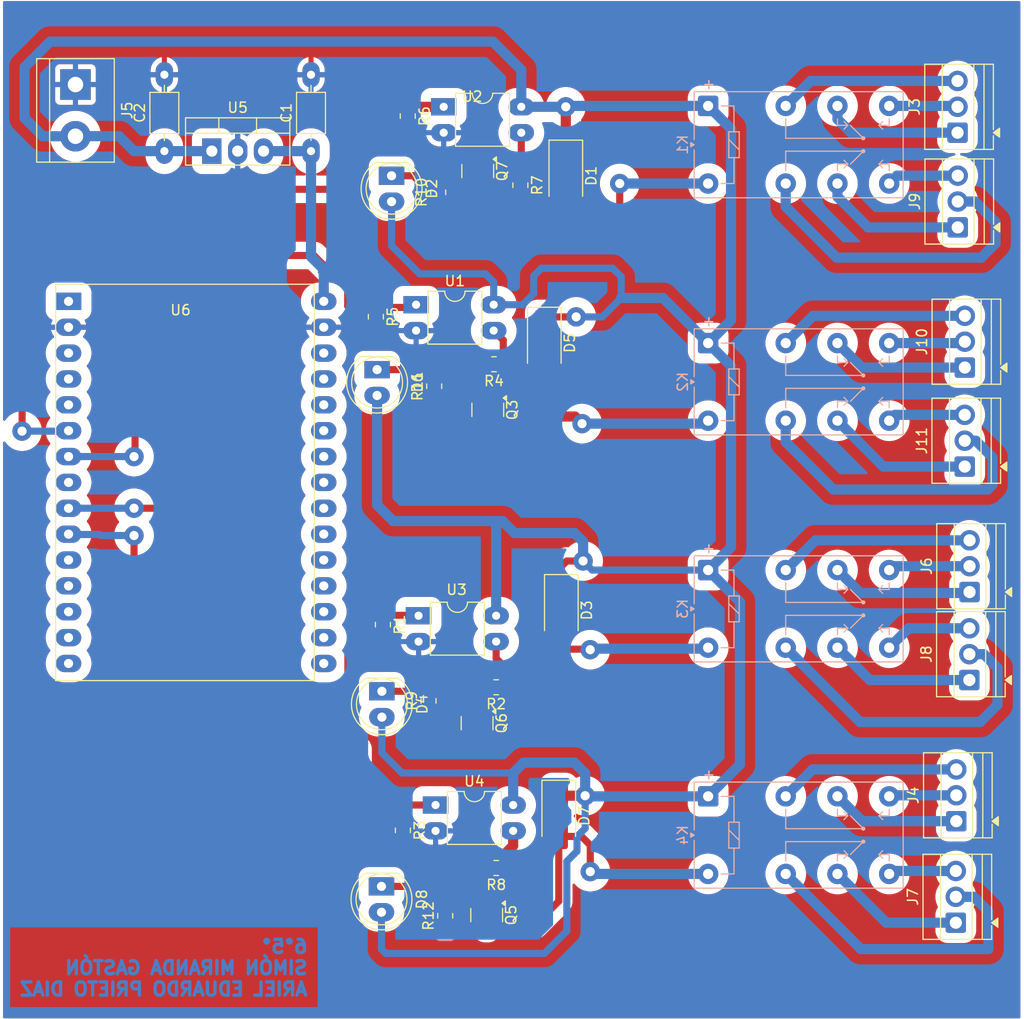
<source format=kicad_pcb>
(kicad_pcb (version 20241229) (generator "pcbnew") (generator_version "9.0")
  (layers (0 "F.Cu" signal) (2 "B.Cu" signal) (13 "F.Paste" user) (15 "B.Paste" user) (5 "F.SilkS" user "F.Silkscreen") (7 "B.SilkS" user "B.Silkscreen") (1 "F.Mask" user) (3 "B.Mask" user) (25 "Edge.Cuts" user))
  (net 0 "")
  (net 1 "Net-(D1-A)")
  (net 2 "RV-VCC")
  (net 3 "Net-(D5-A)")
  (net 4 "Net-(D2-K)")
  (net 5 "GND")
  (net 6 "Net-(Q3-B)")
  (net 7 "Net-(R4-Pad1)")
  (net 8 "Net-(R5-Pad1)")
  (net 9 "Net-(R6-Pad1)")
  (net 10 "Net-(R7-Pad1)")
  (net 11 "Net-(D3-A)")
  (net 12 "Net-(D7-A)")
  (net 13 "Net-(R1-Pad1)")
  (net 14 "Net-(R2-Pad1)")
  (net 15 "Net-(R3-Pad1)")
  (net 16 "Net-(R8-Pad1)")
  (net 17 "J5 - NC")
  (net 18 "J5 - COM")
  (net 19 "J5 - NA")
  (net 20 "J1 - NA")
  (net 21 "J1 - COM")
  (net 22 "J1 - NC")
  (net 23 "J3 - NA")
  (net 24 "J3 - NC")
  (net 25 "J3 - COM")
  (net 26 "J2 - NC")
  (net 27 "J2 - NA")
  (net 28 "J2 - COM")
  (net 29 "J4 - NA")
  (net 30 "J4 - NC")
  (net 31 "J4 - COM")
  (net 32 "J6 - NA")
  (net 33 "J6 - NC")
  (net 34 "J6 - COM")
  (net 35 "J7 - COM")
  (net 36 "J7 - NC")
  (net 37 "J7 - NA")
  (net 38 "J8 - NC")
  (net 39 "J8 - NA")
  (net 40 "J8 - COM")
  (net 41 "GIOP36")
  (net 42 "GIOP34")
  (net 43 "GIOP39")
  (net 44 "GIOP35")
  (net 45 "+5V")
  (net 69 "Net-(D4-K)")
  (net 70 "Net-(D6-K)")
  (net 71 "Net-(D8-K)")
  (net 72 "Net-(Q5-B)")
  (net 73 "Net-(Q6-B)")
  (net 74 "Net-(Q7-B)")
  (footprint "TerminalBlock:TerminalBlock_Xinya_XY308-2.54-3P_1x03_P2.54mm_Horizontal" (layer "F.Cu") (at 180.3725 45.4275 90)
    (property "Reference" "J3")
    (property "Value" "Screw_Terminal_01x03")
  )
  (footprint "Resistor_SMD:R_0805_2012Metric" (layer "F.Cu") (at 123.25 63.5 -90)
    (property "Reference" "R5")
    (property "Value" "R")
  )
  (footprint "Capacitor_THT:C_Axial_L3.8mm_D2.6mm_P7.50mm_Horizontal" (layer "F.Cu") (at 116.8825 47.2375 90)
    (property "Reference" "C1")
    (property "Value" "0,1uF")
  )
  (footprint "Package_TO_SOT_SMD:SOT-23" (layer "F.Cu") (at 133.1925 103.4175 -90)
    (property "Reference" "Q6")
    (property "Value" "MMBT2222A")
  )
  (footprint "LED_THT:LED_D5.0mm_Clear" (layer "F.Cu") (at 123.8425 100.2825 -90)
    (property "Reference" "D4")
    (property "Value" "LED")
  )
  (footprint "TerminalBlock:TerminalBlock_Xinya_XY308-2.54-3P_1x03_P2.54mm_Horizontal" (layer "F.Cu") (at 180.2025 123.0075 90)
    (property "Reference" "J7")
    (property "Value" "Screw_Terminal_01x03")
  )
  (footprint "Package_TO_SOT_SMD:SOT-23" (layer "F.Cu") (at 134.1325 122.265 -90)
    (property "Reference" "Q5")
    (property "Value" "MMBT2222A")
  )
  (footprint "Resistor_SMD:R_0805_2012Metric" (layer "F.Cu") (at 130.0625 122.325 90)
    (property "Reference" "R12")
    (property "Value" "R")
  )
  (footprint "Package_DIP:DIP-4_W7.62mm" (layer "F.Cu") (at 127.4425 92.8625)
    (property "Reference" "U3")
    (property "Value" "EL817")
  )
  (footprint "Resistor_SMD:R_0805_2012Metric" (layer "F.Cu") (at 126.3825 43.8 -90)
    (property "Reference" "R6")
    (property "Value" "R")
  )
  (footprint "Resistor_SMD:R_0805_2012Metric" (layer "F.Cu") (at 125.9025 113.9375 -90)
    (property "Reference" "R3")
    (property "Value" "R")
  )
  (footprint "Package_DIP:DIP-4_W7.62mm" (layer "F.Cu") (at 129.1125 111.4525)
    (property "Reference" "U4")
    (property "Value" "EL817")
  )
  (footprint "LED_THT:LED_D5.0mm_Clear" (layer "F.Cu") (at 123.8025 119.4425 -90)
    (property "Reference" "D8")
    (property "Value" "LED")
  )
  (footprint "Diode_SMD:D_SMA" (layer "F.Cu") (at 141.9025 49.67 -90)
    (property "Reference" "D1")
    (property "Value" "D")
  )
  (footprint "Diode_SMD:D_SMA" (layer "F.Cu") (at 139.790294 66.076397 -90)
    (property "Reference" "D5")
    (property "Value" "D")
  )
  (footprint "Resistor_SMD:R_0805_2012Metric" (layer "F.Cu") (at 128.980294 70.326397 90)
    (property "Reference" "R11")
    (property "Value" "R")
  )
  (footprint "TerminalBlock:TerminalBlock_Xinya_XY308-2.54-3P_1x03_P2.54mm_Horizontal" (layer "F.Cu") (at 181.5525 90.5375 90)
    (property "Reference" "J6")
    (property "Value" "Screw_Terminal_01x03")
  )
  (footprint "TerminalBlock:TerminalBlock_Xinya_XY308-2.54-3P_1x03_P2.54mm_Horizontal" (layer "F.Cu") (at 181.08 78.216397 90)
    (property "Reference" "J11")
    (property "Value" "Screw_Terminal_01x03")
  )
  (footprint "Package_DIP:DIP-4_W7.62mm" (layer "F.Cu") (at 127.200294 62.321397)
    (property "Reference" "U1")
    (property "Value" "EL817")
  )
  (footprint "Resistor_SMD:R_0805_2012Metric" (layer "F.Cu") (at 135.0725 117.6375 180)
    (property "Reference" "R8")
    (property "Value" "R")
  )
  (footprint "TerminalBlock:TerminalBlock_Xinya_XY308-2.54-3P_1x03_P2.54mm_Horizontal" (layer "F.Cu") (at 181.09 68.491397 90)
    (property "Reference" "J10")
    (property "Value" "Screw_Terminal_01x03")
  )
  (footprint "RF_Module:ESP32-C3-DevKitM-1" (layer "F.Cu") (at 93.0725 61.9925)
    (property "Reference" "U6")
    (property "Value" "ESP32DevKitv1")
  )
  (footprint "Package_TO_SOT_SMD:SOT-23" (layer "F.Cu") (at 133.255 49.1975 -90)
    (property "Reference" "Q7")
    (property "Value" "MMBT2222A")
  )
  (footprint "TerminalBlock:TerminalBlock_Xinya_XY308-2.54-3P_1x03_P2.54mm_Horizontal" (layer "F.Cu") (at 181.5325 99.1775 90)
    (property "Reference" "J8")
    (property "Value" "Screw_Terminal_01x03")
  )
  (footprint "LED_THT:LED_D5.0mm_Clear" (layer "F.Cu") (at 124.7925 49.6575 -90)
    (property "Reference" "D2")
    (property "Value" "LED")
  )
  (footprint "Resistor_SMD:R_0805_2012Metric" (layer "F.Cu") (at 137.4425 50.5875 -90)
    (property "Reference" "R7")
    (property "Value" "R")
  )
  (footprint "Package_DIP:DIP-4_W7.62mm" (layer "F.Cu") (at 129.9125 42.8875)
    (property "Reference" "U2")
    (property "Value" "EL817")
  )
  (footprint "Diode_SMD:D_SMA" (layer "F.Cu") (at 141.2125 112.53 -90)
    (property "Reference" "D7")
    (property "Value" "D")
  )
  (footprint "MacroLib:TO-220-3_Vertical" (layer "F.Cu") (at 109.8525 47.2375)
    (property "Reference" "U5")
    (property "Value" "L7805")
  )
  (footprint "Diode_SMD:D_SMA" (layer "F.Cu") (at 141.4625 92.33 -90)
    (property "Reference" "D3")
    (property "Value" "D")
  )
  (footprint "Capacitor_THT:C_Axial_L3.8mm_D2.6mm_P7.50mm_Horizontal" (layer "F.Cu") (at 102.4825 47.2375 90)
    (property "Reference" "C2")
    (property "Value" "0,33uF")
  )
  (footprint "Resistor_SMD:R_0805_2012Metric" (layer "F.Cu") (at 123.9425 93.7375 -90)
    (property "Reference" "R1")
    (property "Value" "R")
  )
  (footprint "TerminalBlock:TerminalBlock_bornier-2_P5.08mm" (layer "F.Cu") (at 93.7525 40.6975 -90)
    (property "Reference" "J5")
    (property "Value" "Screw_Terminal_01x02")
  )
  (footprint "Resistor_SMD:R_0805_2012Metric" (layer "F.Cu") (at 129.3725 51.28 90)
    (property "Reference" "R10")
    (property "Value" "R")
  )
  (footprint "Package_TO_SOT_SMD:SOT-23" (layer "F.Cu") (at 134.2425 72.6475 -90)
    (property "Reference" "Q3")
    (property "Value" "MMBT2222A")
  )
  (footprint "Resistor_SMD:R_0805_2012Metric" (layer "F.Cu") (at 134.850294 68.166397 180)
    (property "Reference" "R4")
    (property "Value" "R")
  )
  (footprint "Resistor_SMD:R_0805_2012Metric" (layer "F.Cu") (at 135.065 99.8875 180)
    (property "Reference" "R2")
    (property "Value" "R")
  )
  (footprint "TerminalBlock:TerminalBlock_Xinya_XY308-2.54-3P_1x03_P2.54mm_Horizontal" (layer "F.Cu") (at 180.3925 54.7275 90)
    (property "Reference" "J9")
    (property "Value" "Screw_Terminal_01x03")
  )
  (footprint "Resistor_SMD:R_0805_2012Metric" (layer "F.Cu") (at 128.4225 101.22 90)
    (property "Reference" "R9")
    (property "Value" "R")
  )
  (footprint "LED_THT:LED_D5.0mm_Clear" (layer "F.Cu") (at 123.370294 68.696397 -90)
    (property "Reference" "D6")
    (property "Value" "LED")
  )
  (footprint "TerminalBlock:TerminalBlock_Xinya_XY308-2.54-3P_1x03_P2.54mm_Horizontal" (layer "F.Cu") (at 180.2525 113.0375 90)
    (property "Reference" "J4")
    (property "Value" "Screw_Terminal_01x03")
  )
  (footprint "Relay_THT:Relay_DPDT_Omron_G6A" (layer "B.Cu") (at 155.88 42.8 -90)
    (property "Reference" "K1")
    (property "Value" "G6AU" (hide yes))
  )
  (footprint "Relay_THT:Relay_DPDT_Omron_G6A" (layer "B.Cu") (at 155.88 88.38 -90)
    (property "Reference" "K3")
    (property "Value" "G6AU" (hide yes))
  )
  (footprint "Relay_THT:Relay_DPDT_Omron_G6A" (layer "B.Cu") (at 155.88 110.6 -90)
    (property "Reference" "K4")
    (property "Value" "G6AU")
  )
  (footprint "Relay_THT:Relay_DPDT_Omron_G6A" (layer "B.Cu") (at 155.88 66.09 -90)
    (property "Reference" "K2")
    (property "Value" "G6AU" (hide yes))
  )
  (gr_text "6°5°\nSIMÓN MIRANDA GASTÓN\nARIEL EDUARDO PRIETO DIAZ" (at 116.7025 130.2975 0) (layer "B.Cu") (effects (font (size 1.3 1.3) (thickness 0.325) (bold yes)) (justify left bottom mirror)))
  (segment (start 133.255 50.135) (end 131.605 50.135) (width 0.7) (layer "F.Cu") (net 1))
  (segment (start 131.1735 50.5665) (end 131.1735 51.8165) (width 0.7) (layer "F.Cu") (net 1))
  (segment (start 139.8825 55.6075) (end 140.2525 55.2375) (width 0.7) (layer "F.Cu") (net 1))
  (segment (start 129.3725 53.5675) (end 131.4125 55.6075) (width 0.7) (layer "F.Cu") (net 1))
  (segment (start 129.3725 52.1925) (end 129.3725 53.5675) (width 0.7) (layer "F.Cu") (net 1))
  (segment (start 147.197206 50.42) (end 147.197206 53.502794) (width 0.7) (layer "F.Cu") (net 1))
  (segment (start 140.2525 51.9875) (end 140.57 51.67) (width 0.7) (layer "F.Cu") (net 1))
  (segment (start 131.4125 55.6075) (end 139.8825 55.6075) (width 0.7) (layer "F.Cu") (net 1))
  (segment (start 140.57 51.67) (end 141.9025 51.67) (width 0.7) (layer "F.Cu") (net 1))
  (segment (start 141.9025 53.5175) (end 141.9025 51.67) (width 0.7) (layer "F.Cu") (net 1))
  (segment (start 131.605 50.135) (end 131.1735 50.5665) (width 0.7) (layer "F.Cu") (net 1))
  (segment (start 131.1735 51.8165) (end 130.7975 52.1925) (width 0.7) (layer "F.Cu") (net 1))
  (segment (start 142.4725 54.0875) (end 141.9025 53.5175) (width 0.7) (layer "F.Cu") (net 1))
  (segment (start 130.7975 52.1925) (end 129.3725 52.1925) (width 0.7) (layer "F.Cu") (net 1))
  (segment (start 146.6125 54.0875) (end 142.4725 54.0875) (width 0.7) (layer "F.Cu") (net 1))
  (segment (start 147.197206 53.502794) (end 146.6125 54.0875) (width 0.7) (layer "F.Cu") (net 1))
  (segment (start 140.2525 55.2375) (end 140.2525 51.9875) (width 0.7) (layer "F.Cu") (net 1))
  (via (at 147.197206 50.42) (size 1.9) (drill 0.9) (layers "F.Cu" "B.Cu") (net 1))
  (segment (start 147.197206 50.42) (end 155.88 50.42) (width 1) (layer "B.Cu") (net 1))
  (segment (start 143.6025 87.4875) (end 142.0025 87.4875) (width 0.7) (layer "F.Cu") (net 2))
  (segment (start 139.790294 64.076397) (end 140.350294 63.516397) (width 0.7) (layer "F.Cu") (net 2))
  (segment (start 136.8025 111.5225) (end 136.7325 111.4525) (width 0.5) (layer "F.Cu") (net 2))
  (segment (start 141.4625 88.0275) (end 141.4625 90.33) (width 0.7) (layer "F.Cu") (net 2))
  (segment (start 141.22 110.5375) (end 141.2125 110.53) (width 1) (layer "F.Cu") (net 2))
  (segment (start 143.8025 110.5375) (end 141.22 110.5375) (width 1) (layer "F.Cu") (net 2))
  (segment (start 141.9025 42.8875) (end 141.9025 47.5875) (width 1) (layer "F.Cu") (net 2))
  (segment (start 140.350294 63.516397) (end 142.920294 63.516397) (width 0.7) (layer "F.Cu") (net 2))
  (segment (start 142.0025 87.4875) (end 141.4625 88.0275) (width 0.7) (layer "F.Cu") (net 2))
  (via (at 141.9025 42.8875) (size 1.9) (drill 0.9) (layers "F.Cu" "B.Cu") (net 2))
  (via (at 143.8025 110.5375) (size 1.9) (drill 0.9) (layers "F.Cu" "B.Cu") (net 2))
  (via (at 142.920294 63.516397) (size 1.9) (drill 0.9) (layers "F.Cu" "B.Cu") (net 2))
  (via (at 143.6025 87.4875) (size 1.9) (drill 0.9) (layers "F.Cu" "B.Cu") (net 2))
  (segment (start 146.5025 58.7375) (end 147.3425 59.5775) (width 0.7) (layer "B.Cu") (net 2))
  (segment (start 142.0025 123.8175) (end 142.0025 116.9875) (width 0.7) (layer "B.Cu") (net 2))
  (segment (start 124.9525 83.5675) (end 135.6925 83.5675) (width 1) (layer "B.Cu") (net 2))
  (segment (start 134.0025 59.286397) (end 134.820294 60.104191) (width 0.7) (layer "B.Cu") (net 2))
  (segment (start 141.9025 42.8875) (end 137.5325 42.8875) (width 1) (layer "B.Cu") (net 2))
  (segment (start 141.9025 42.8875) (end 141.99 42.8) (width 1) (layer "B.Cu") (net 2))
  (segment (start 155.88 110.6) (end 143.865 110.6) (width 1) (layer "B.Cu") (net 2))
  (segment (start 138.7525 59.4875) (end 139.5025 58.7375) (width 0.7) (layer "B.Cu") (net 2))
  (segment (start 155.88 88.38) (end 159 91.5) (width 1) (layer "B.Cu") (net 2))
  (segment (start 88.7525 43.9875) (end 88.7525 38.9875) (width 1) (layer "B.Cu") (net 2))
  (segment (start 102.4825 47.2375) (end 107.1425 47.2375) (width 1) (layer "B.Cu") (net 2))
  (segment (start 135.6925 83.5675) (end 136.8725 84.7475) (width 1) (layer "B.Cu") (net 2))
  (segment (start 90.5425 45.7775) (end 88.7525 43.9875) (width 1) (layer "B.Cu") (net 2))
  (segment (start 144.495 88.38) (end 155.88 88.38) (width 0.7) (layer "B.Cu") (net 2))
  (segment (start 143.865 110.6) (end 143.8025 110.5375) (width 1) (layer "B.Cu") (net 2))
  (segment (start 136.7325 111.4525) (end 136.7325 108.3075) (width 1) (layer "B.Cu") (net 2))
  (segment (start 134.820294 62.321397) (end 137.668603 62.321397) (width 0.7) (layer "B.Cu") (net 2))
  (segment (start 159 91.5) (end 159 107.48) (width 1) (layer "B.Cu") (net 2))
  (segment (start 143.6025 87.4875) (end 144.495 88.38) (width 0.7) (layer "B.Cu") (net 2))
  (segment (start 139.5025 58.7375) (end 146.5025 58.7375) (width 0.7) (layer "B.Cu") (net 2))
  (segment (start 158.131 45.051) (end 158.131 63.839) (width 1) (layer "B.Cu") (net 2))
  (segment (start 127.551397 59.286397) (end 134.0025 59.286397) (width 0.7) (layer "B.Cu") (net 2))
  (segment (start 123.8425 102.8225) (end 123.8425 106.3275) (width 0.7) (layer "B.Cu") (net 2))
  (segment (start 142.7525 107.2875) (end 143.8025 108.3375) (width 1) (layer "B.Cu") (net 2))
  (segment (start 135.0625 83.7575) (end 135.0625 92.8625) (width 1) (layer "B.Cu") (net 2))
  (segment (start 93.7525 45.7775) (end 90.5425 45.7775) (width 1) (layer "B.Cu") (net 2))
  (segment (start 137.5325 39.2675) (end 137.5325 42.8875) (width 1) (layer "B.Cu") (net 2))
  (segment (start 137.668603 62.321397) (end 138.7525 61.2375) (width 0.7) (layer "B.Cu") (net 2))
  (segment (start 123.370294 81.985294) (end 124.9525 83.5675) (width 1) (layer "B.Cu") (net 2))
  (segment (start 158.131 86.129) (end 155.88 88.38) (width 1) (layer "B.Cu") (net 2))
  (segment (start 147.3425 59.5775) (end 147.3425 61.656397) (width 0.7) (layer "B.Cu") (net 2))
  (segment (start 139.7925 126.0275) (end 142.0025 123.8175) (width 0.7) (layer "B.Cu") (net 2))
  (segment (start 134.820294 61.681397) (end 134.850294 61.651397) (width 0.7) (layer "B.Cu") (net 2))
  (segment (start 134.820294 60.104191) (end 134.820294 62.321397) (width 0.7) (layer "B.Cu") (net 2))
  (segment (start 123.8425 106.3275) (end 125.8225 108.3075) (width 0.7) (layer "B.Cu") (net 2))
  (segment (start 155.88 66.09) (end 158.131 68.341) (width 1) (layer "B.Cu") (net 2))
  (segment (start 98.0325 45.7675) (end 93.7625 45.7675) (width 1) (layer "B.Cu") (net 2))
  (segment (start 151.446397 61.656397) (end 155.88 66.09) (width 1) (layer "B.Cu") (net 2))
  (segment (start 123.8025 121.9825) (end 123.8025 125.6125) (width 0.7) (layer "B.Cu") (net 2))
  (segment (start 123.8025 125.6125) (end 124.2175 126.0275) (width 0.7) (layer "B.Cu") (net 2))
  (segment (start 143.8025 113.7475) (end 143.8025 110.5375) (width 0.7) (layer "B.Cu") (net 2))
  (segment (start 142.7625 84.7475) (end 136.8725 84.7475) (width 1) (layer "B.Cu") (net 2))
  (segment (start 142.920294 63.516397) (end 145.4825 63.516397) (width 0.7) (layer "B.Cu") (net 2))
  (segment (start 138.7525 61.2375) (end 138.7525 59.4875) (width 0.7) (layer "B.Cu") (net 2))
  (segment (start 143.8025 108.3375) (end 143.8025 110.5375) (width 1) (layer "B.Cu") (net 2))
  (segment (start 88.7525 38.9875) (end 91.2525 36.4875) (width 1) (layer "B.Cu") (net 2))
  (segment (start 143.0025 114.5475) (end 143.8025 113.7475) (width 0.7) (layer "B.Cu") (net 2))
  (segment (start 159 107.48) (end 155.88 110.6) (width 1) (layer "B.Cu") (net 2))
  (segment (start 141.99 42.8) (end 155.88 42.8) (width 1) (layer "B.Cu") (net 2))
  (segment (start 158.131 68.341) (end 158.131 86.129) (width 1) (layer "B.Cu") (net 2))
  (segment (start 99.5025 47.2375) (end 98.0325 45.7675) (width 1) (layer "B.Cu") (net 2))
  (segment (start 143.0025 115.9875) (end 143.0025 114.5475) (width 0.7) (layer "B.Cu") (net 2))
  (segment (start 147.3425 61.656397) (end 151.446397 61.656397) (width 1) (layer "B.Cu") (net 2))
  (segment (start 134.820294 62.321397) (end 134.820294 61.681397) (width 0.7) (layer "B.Cu") (net 2))
  (segment (start 145.4825 63.516397) (end 147.3425 61.656397) (width 0.7) (layer "B.Cu") (net 2))
  (segment (start 137.7525 107.2875) (end 142.7525 107.2875) (width 1) (layer "B.Cu") (net 2))
  (segment (start 134.7525 36.4875) (end 137.5325 39.2675) (width 1) (layer "B.Cu") (net 2))
  (segment (start 143.6025 85.5875) (end 142.7625 84.7475) (width 1) (layer "B.Cu") (net 2))
  (segment (start 125.8225 108.3075) (end 136.7325 108.3075) (width 0.7) (layer "B.Cu") (net 2))
  (segment (start 124.7925 52.1975) (end 124.7925 56.5275) (width 0.7) (layer "B.Cu") (net 2))
  (segment (start 91.2525 36.4875) (end 134.7525 36.4875) (width 1) (layer "B.Cu") (net 2))
  (segment (start 143.6025 87.4875) (end 143.6025 85.5875) (width 1) (layer "B.Cu") (net 2))
  (segment (start 155.88 42.8) (end 158.131 45.051) (width 1) (layer "B.Cu") (net 2))
  (segment (start 136.7325 108.3075) (end 137.7525 107.2875) (width 1) (layer "B.Cu") (net 2))
  (segment (start 124.7925 56.5275) (end 127.551397 59.286397) (width 0.7) (layer "B.Cu") (net 2))
  (segment (start 158.131 63.839) (end 155.88 66.09) (width 1) (layer "B.Cu") (net 2))
  (segment (start 142.0025 116.9875) (end 143.0025 115.9875) (width 0.7) (layer "B.Cu") (net 2))
  (segment (start 102.4825 47.2375) (end 99.5025 47.2375) (width 1) (layer "B.Cu") (net 2))
  (segment (start 123.370294 71.236397) (end 123.370294 81.985294) (width 1) (layer "B.Cu") (net 2))
  (segment (start 93.7625 45.7675) (end 93.7525 45.7775) (width 1) (layer "B.Cu") (net 2))
  (segment (start 135.2525 83.5675) (end 135.0625 83.7575) (width 1) (layer "B.Cu") (net 2))
  (segment (start 124.2175 126.0275) (end 139.7925 126.0275) (width 0.7) (layer "B.Cu") (net 2))
  (segment (start 143.5 74) (end 142.8 73.3) (width 1) (layer "F.Cu") (net 3))
  (segment (start 129.3525 73.5875) (end 128.980294 73.215294) (width 0.7) (layer "F.Cu") (net 3))
  (segment (start 142.8 73.3) (end 141.6 73.3) (width 1) (layer "F.Cu") (net 3))
  (segment (start 128.980294 73.215294) (end 128.980294 71.238897) (width 0.7) (layer "F.Cu") (net 3))
  (segment (start 141.6 73.3) (end 139.790294 71.490294) (width 1) (layer "F.Cu") (net 3))
  (segment (start 139.790294 71.490294) (end 139.790294 68.076397) (width 1) (layer "F.Cu") (net 3))
  (segment (start 139.790294 68.076397) (end 139.790294 72.199706) (width 0.7) (layer "F.Cu") (net 3))
  (segment (start 139.790294 72.199706) (end 138.405 73.585) (width 0.7) (layer "F.Cu") (net 3))
  (segment (start 138.405 73.585) (end 134.2425 73.585) (width 0.7) (layer "F.Cu") (net 3))
  (segment (start 134.2425 73.585) (end 134.24 73.5875) (width 0.7) (layer "F.Cu") (net 3))
  (segment (start 134.24 73.5875) (end 129.3525 73.5875) (width 0.7) (layer "F.Cu") (net 3))
  (via (at 143.5 74) (size 1.9) (drill 0.9) (layers "F.Cu" "B.Cu") (net 3))
  (segment (start 143.5 74) (end 155.59 74) (width 1) (layer "B.Cu") (net 3))
  (segment (start 155.59 74) (end 155.88 73.71) (width 1) (layer "B.Cu") (net 3))
  (segment (start 129.3725 50.3675) (end 127.6325 50.3675) (width 0.7) (layer "F.Cu") (net 4))
  (segment (start 127.6325 50.3675) (end 126.9225 49.6575) (width 0.7) (layer "F.Cu") (net 4))
  (segment (start 126.9225 49.6575) (end 124.7925 49.6575) (width 0.7) (layer "F.Cu") (net 4))
  (segment (start 135.1925 71.71) (end 135.1925 70.6875) (width 0.7) (layer "F.Cu") (net 6))
  (segment (start 135.1925 70.6875) (end 133.937794 69.432794) (width 0.7) (layer "F.Cu") (net 6))
  (segment (start 133.937794 69.432794) (end 133.937794 68.166397) (width 0.7) (layer "F.Cu") (net 6))
  (segment (start 135.762794 68.166397) (end 135.762794 65.803897) (width 0.7) (layer "F.Cu") (net 7))
  (segment (start 135.762794 65.803897) (end 134.820294 64.861397) (width 0.7) (layer "F.Cu") (net 7))
  (segment (start 123.25 62.5875) (end 126.934191 62.5875) (width 0.7) (layer "F.Cu") (net 8))
  (segment (start 126.934191 62.5875) (end 127.200294 62.321397) (width 0.7) (layer "F.Cu") (net 8))
  (segment (start 129.9125 42.8875) (end 126.3825 42.8875) (width 1) (layer "F.Cu") (net 9))
  (segment (start 137.5325 46.1125) (end 137.5325 49.585) (width 0.7) (layer "F.Cu") (net 10))
  (segment (start 137.5325 49.585) (end 137.4425 49.675) (width 0.7) (layer "F.Cu") (net 10))
  (segment (start 138.345 104.365) (end 139.5025 103.2075) (width 0.7) (layer "F.Cu") (net 11))
  (segment (start 144.3 96.2) (end 144.2475 96.1475) (width 0.7) (layer "F.Cu") (net 11))
  (segment (start 133.2025 104.365) (end 138.345 104.365) (width 0.7) (layer "F.Cu") (net 11))
  (segment (start 144.2475 96.1475) (end 141.5025 96.1475) (width 0.7) (layer "F.Cu") (net 11))
  (segment (start 141.5025 96.1475) (end 141.4625 96.1075) (width 0.7) (layer "F.Cu") (net 11))
  (segment (start 128.4225 103.4375) (end 128.4225 102.1325) (width 0.7) (layer "F.Cu") (net 11))
  (segment (start 139.5025 94.9875) (end 140.16 94.33) (width 0.7) (layer "F.Cu") (net 11))
  (segment (start 139.5025 103.2075) (end 139.5025 94.9875) (width 0.7) (layer "F.Cu") (net 11))
  (segment (start 129.34 104.355) (end 128.4225 103.4375) (width 0.7) (layer "F.Cu") (net 11))
  (segment (start 133.1925 104.355) (end 133.2025 104.365) (width 0.7) (layer "F.Cu") (net 11))
  (segment (start 141.4625 96.1075) (end 141.4625 94.33) (width 0.7) (layer "F.Cu") (net 11))
  (segment (start 140.16 94.33) (end 141.4625 94.33) (width 0.7) (layer "F.Cu") (net 11))
  (segment (start 133.1925 104.355) (end 129.34 104.355) (width 0.7) (layer "F.Cu") (net 11))
  (via (at 144.3 96.2) (size 1.9) (drill 0.9) (layers "F.Cu" "B.Cu") (net 11))
  (segment (start 144.4 96.1) (end 155.78 96.1) (width 1) (layer "B.Cu") (net 11))
  (segment (start 155.78 96.1) (end 155.88 96) (width 1) (layer "B.Cu") (net 11))
  (segment (start 144.3 96.2) (end 144.4 96.1) (width 1) (layer "B.Cu") (net 11))
  (segment (start 130.0625 123.2375) (end 138.8725 123.2375) (width 0.7) (layer "F.Cu") (net 12))
  (segment (start 141.2125 114.53) (end 141.22 114.5375) (width 0.7) (layer "F.Cu") (net 12))
  (segment (start 143.4525 114.5375) (end 144.3075 115.3925) (width 0.7) (layer "F.Cu") (net 12))
  (segment (start 141.2125 120.8975) (end 141.2125 114.53) (width 0.7) (layer "F.Cu") (net 12))
  (segment (start 141.22 114.5375) (end 143.4525 114.5375) (width 0.7) (layer "F.Cu") (net 12))
  (segment (start 144.3075 115.3925) (end 144.3075 117.9925) (width 0.7) (layer "F.Cu") (net 12))
  (segment (start 138.8725 123.2375) (end 141.2125 120.8975) (width 0.7) (layer "F.Cu") (net 12))
  (segment (start 141.2125 114.53) (end 141.045 114.6975) (width 0.5) (layer "F.Cu") (net 12))
  (via (at 144.3075 117.9925) (size 1.9) (drill 0.9) (layers "F.Cu" "B.Cu") (net 12))
  (segment (start 144.535 118.22) (end 144.3075 117.9925) (width 1) (layer "B.Cu") (net 12))
  (segment (start 155.88 118.22) (end 144.535 118.22) (width 1) (layer "B.Cu") (net 12))
  (segment (start 123.9425 92.825) (end 127.405 92.825) (width 0.7) (layer "F.Cu") (net 13))
  (segment (start 127.405 92.825) (end 127.4425 92.8625) (width 0.7) (layer "F.Cu") (net 13))
  (segment (start 135.0625 97.0475) (end 135.0625 95.4025) (width 0.7) (layer "F.Cu") (net 14))
  (segment (start 135.9775 99.8875) (end 135.9775 97.9625) (width 0.7) (layer "F.Cu") (net 14))
  (segment (start 135.9775 97.9625) (end 135.0625 97.0475) (width 0.7) (layer "F.Cu") (net 14))
  (segment (start 129.0975 111.4675) (end 129.1125 111.4525) (width 1) (layer "F.Cu") (net 15))
  (segment (start 125.9025 112.0875) (end 126.5375 111.4525) (width 0.7) (layer "F.Cu") (net 15))
  (segment (start 125.9525 112.8165) (end 125.9025 112.8165) (width 1) (layer "F.Cu") (net 15))
  (segment (start 125.9025 113.025) (end 125.9025 112.0875) (width 0.7) (layer "F.Cu") (net 15))
  (segment (start 126.5375 111.4525) (end 129.1125 111.4525) (width 0.7) (layer "F.Cu") (net 15))
  (segment (start 135.9825 116.1975) (end 135.9825 117.635) (width 1) (layer "F.Cu") (net 16))
  (segment (start 136.7325 115.4475) (end 135.9825 116.1975) (width 1) (layer "F.Cu") (net 16))
  (segment (start 135.9825 117.635) (end 135.985 117.6375) (width 1) (layer "F.Cu") (net 16))
  (segment (start 136.7325 113.9925) (end 136.7325 115.4475) (width 1) (layer "F.Cu") (net 16))
  (segment (start 136.6225 114.1025) (end 136.7325 113.9925) (width 1) (layer "F.Cu") (net 16))
  (segment (start 168.58 42.8) (end 168.58 44.1) (width 1) (layer "B.Cu") (net 17))
  (segment (start 168.58 44.1) (end 169.9075 45.4275) (width 1) (layer "B.Cu") (net 17))
  (segment (start 169.9075 45.4275) (end 180.3725 45.4275) (width 1) (layer "B.Cu") (net 17))
  (segment (start 165.9525 40.3475) (end 163.5 42.8) (width 1) (layer "B.Cu") (net 18))
  (segment (start 180.3725 40.3475) (end 165.9525 40.3475) (width 1) (layer "B.Cu") (net 18))
  (segment (start 180.285 42.8) (end 180.3725 42.8875) (width 1) (layer "B.Cu") (net 19))
  (segment (start 173.66 42.8) (end 180.285 42.8) (width 1) (layer "B.Cu") (net 19))
  (segment (start 180.2475 110.4925) (end 180.2525 110.4975) (width 1) (layer "B.Cu") (net 20))
  (segment (start 173.7625 110.4975) (end 173.66 110.6) (width 1) (layer "B.Cu") (net 20))
  (segment (start 180.2525 110.4975) (end 173.7625 110.4975) (width 1) (layer "B.Cu") (net 20))
  (segment (start 163.5 110.6) (end 166.1425 107.9575) (width 1) (layer "B.Cu") (net 21))
  (segment (start 166.1425 107.9575) (end 180.2525 107.9575) (width 1) (layer "B.Cu") (net 21))
  (segment (start 171.0175 113.0375) (end 168.58 110.6) (width 1) (layer "B.Cu") (net 22))
  (segment (start 180.2525 113.0375) (end 171.0175 113.0375) (width 1) (layer "B.Cu") (net 22))
  (segment (start 174.0425 87.9975) (end 173.66 88.38) (width 1) (layer "B.Cu") (net 23))
  (segment (start 181.5525 87.9975) (end 174.0425 87.9975) (width 1) (layer "B.Cu") (net 23))
  (segment (start 181.459 90.631) (end 170.831 90.631) (width 1) (layer "B.Cu") (net 24))
  (segment (start 170.831 90.631) (end 168.58 88.38) (width 1) (layer "B.Cu") (net 24))
  (segment (start 181.5525 90.5375) (end 181.459 90.631) (width 1) (layer "B.Cu") (net 24))
  (segment (start 181.5525 85.4575) (end 166.4225 85.4575) (width 1) (layer "B.Cu") (net 25))
  (segment (start 166.4225 85.4575) (end 163.5 88.38) (width 1) (layer "B.Cu") (net 25))
  (segment (start 180.2025 123.0075) (end 173.3675 123.0075) (width 1) (layer "B.Cu") (net 26))
  (segment (start 173.3675 123.0075) (end 168.58 118.22) (width 1) (layer "B.Cu") (net 26))
  (segment (start 173.9525 117.9275) (end 173.66 118.22) (width 1) (layer "B.Cu") (net 27))
  (segment (start 180.2025 117.9275) (end 173.9525 117.9275) (width 1) (layer "B.Cu") (net 27))
  (segment (start 181.9675 120.4675) (end 183.4 121.9) (width 1) (layer "B.Cu") (net 28))
  (segment (start 183.4 125.6) (end 170.88 125.6) (width 1) (layer "B.Cu") (net 28))
  (segment (start 183.4 121.9) (end 183.4 125.6) (width 1) (layer "B.Cu") (net 28))
  (segment (start 180.2025 120.4675) (end 181.9675 120.4675) (width 1) (layer "B.Cu") (net 28))
  (segment (start 170.88 125.6) (end 163.5 118.22) (width 1) (layer "B.Cu") (net 28))
  (segment (start 181.5325 94.0975) (end 175.5625 94.0975) (width 1) (layer "B.Cu") (net 29))
  (segment (start 175.5625 94.0975) (end 173.66 96) (width 1) (layer "B.Cu") (net 29))
  (segment (start 171.7575 99.1775) (end 168.58 96) (width 1) (layer "B.Cu") (net 30))
  (segment (start 181.5325 99.1775) (end 171.7575 99.1775) (width 1) (layer "B.Cu") (net 30))
  (segment (start 184.3 101.6) (end 182.6 103.3) (width 1) (layer "B.Cu") (net 31))
  (segment (start 181.5325 96.6375) (end 182.946713 96.6375) (width 1) (layer "B.Cu") (net 31))
  (segment (start 170.8 103.3) (end 163.5 96) (width 1) (layer "B.Cu") (net 31))
  (segment (start 184.3 97.990787) (end 184.3 101.6) (width 1) (layer "B.Cu") (net 31))
  (segment (start 182.946713 96.6375) (end 184.3 97.990787) (width 1) (layer "B.Cu") (net 31))
  (segment (start 182.6 103.3) (end 170.8 103.3) (width 1) (layer "B.Cu") (net 31))
  (segment (start 180.3925 49.6475) (end 174.4325 49.6475) (width 1) (layer "B.Cu") (net 32))
  (segment (start 174.4325 49.6475) (end 173.66 50.42) (width 1) (layer "B.Cu") (net 32))
  (segment (start 168.58 51.72) (end 168.58 50.42) (width 1) (layer "B.Cu") (net 33))
  (segment (start 171.5875 54.7275) (end 168.58 51.72) (width 1) (layer "B.Cu") (net 33))
  (segment (start 180.3925 54.7275) (end 171.5875 54.7275) (width 1) (layer "B.Cu") (net 33))
  (segment (start 180.3925 52.1875) (end 182.0875 52.1875) (width 1) (layer "B.Cu") (net 34))
  (segment (start 182.7 57.7) (end 168.5 57.7) (width 1) (layer "B.Cu") (net 34))
  (segment (start 184.1 56.3) (end 182.7 57.7) (width 1) (layer "B.Cu") (net 34))
  (segment (start 163.5 52.7) (end 163.5 50.42) (width 1) (layer "B.Cu") (net 34))
  (segment (start 182.0875 52.1875) (end 184.1 54.2) (width 1) (layer "B.Cu") (net 34))
  (segment (start 184.1 54.2) (end 184.1 56.3) (width 1) (layer "B.Cu") (net 34))
  (segment (start 168.5 57.7) (end 163.5 52.7) (width 1) (layer "B.Cu") (net 34))
  (segment (start 166.178603 63.411397) (end 163.5 66.09) (width 1) (layer "B.Cu") (net 35))
  (segment (start 181.09 63.411397) (end 166.178603 63.411397) (width 1) (layer "B.Cu") (net 35))
  (segment (start 181.09 68.491397) (end 170.981397 68.491397) (width 1) (layer "B.Cu") (net 36))
  (segment (start 170.981397 68.491397) (end 168.58 66.09) (width 1) (layer "B.Cu") (net 36))
  (segment (start 181.085 65.946397) (end 181.09 65.951397) (width 1) (layer "B.Cu") (net 37))
  (segment (start 173.66 66.09) (end 180.951397 66.09) (width 1) (layer "B.Cu") (net 37))
  (segment (start 180.951397 66.09) (end 181.09 65.951397) (width 1) (layer "B.Cu") (net 37))
  (segment (start 173.086397 78.216397) (end 168.58 73.71) (width 1) (layer "B.Cu") (net 38))
  (segment (start 181.08 78.216397) (end 173.086397 78.216397) (width 1) (layer "B.Cu") (net 38))
  (segment (start 181.08 73.136397) (end 174.233603 73.136397) (width 1) (layer "B.Cu") (net 39))
  (segment (start 174.233603 73.136397) (end 173.66 73.71) (width 1) (layer "B.Cu") (net 39))
  (segment (start 163.5 75.8) (end 163.5 73.71) (width 1) (layer "B.Cu") (net 40))
  (segment (start 182.169662 75.676397) (end 183.8 77.306735) (width 1) (layer "B.Cu") (net 40))
  (segment (start 183.8 77.306735) (end 183.8 80) (width 1) (layer "B.Cu") (net 40))
  (segment (start 181.08 75.676397) (end 182.169662 75.676397) (width 1) (layer "B.Cu") (net 40))
  (segment (start 183.332603 80.467397) (end 168.167397 80.467397) (width 1) (layer "B.Cu") (net 40))
  (segment (start 183.8 80) (end 183.332603 80.467397) (width 1) (layer "B.Cu") (net 40))
  (segment (start 168.167397 80.467397) (end 163.5 75.8) (width 1) (layer "B.Cu") (net 40))
  (segment (start 88.5125 74.7275) (end 88.5125 53.2275) (width 0.7) (layer "F.Cu") (net 41))
  (segment (start 88.5125 53.2275) (end 90.7525 50.9875) (width 0.7) (layer "F.Cu") (net 41))
  (segment (start 119.2525 50.9875) (end 120.7525 49.4875) (width 0.7) (layer "F.Cu") (net 41))
  (segment (start 88.5025 74.7375) (end 88.5125 74.7275) (width 0.7) (layer "F.Cu") (net 41))
  (segment (start 120.7525 49.4875) (end 120.7525 45.9875) (width 0.7) (layer "F.Cu") (net 41))
  (segment (start 122.0275 44.7125) (end 126.3825 44.7125) (width 0.7) (layer "F.Cu") (net 41))
  (segment (start 90.7525 50.9875) (end 119.2525 50.9875) (width 0.7) (layer "F.Cu") (net 41))
  (segment (start 120.7525 45.9875) (end 122.0275 44.7125) (width 0.7) (layer "F.Cu") (net 41))
  (via (at 88.5025 74.7375) (size 1.9) (drill 0.9) (layers "F.Cu" "B.Cu") (net 41))
  (segment (start 88.5025 74.7375) (end 93.0275 74.7375) (width 0.7) (layer "B.Cu") (net 41))
  (segment (start 93.0275 74.7375) (end 93.0725 74.6925) (width 0.7) (layer "B.Cu") (net 41))
  (segment (start 120.5025 99.4875) (end 120.5025 95.9875) (width 0.7) (layer "F.Cu") (net 42))
  (segment (start 105.2725 100.9875) (end 119.0025 100.9875) (width 0.7) (layer "F.Cu") (net 42))
  (segment (start 103.2525 98.9675) (end 105.2725 100.9875) (width 0.7) (layer "F.Cu") (net 42))
  (segment (start 121.84 94.65) (end 123.9425 94.65) (width 0.7) (layer "F.Cu") (net 42))
  (segment (start 119.0025 100.9875) (end 120.5025 99.4875) (width 0.7) (layer "F.Cu") (net 42))
  (segment (start 103.2525 83.7375) (end 103.2525 98.9675) (width 0.7) (layer "F.Cu") (net 42))
  (segment (start 101.8225 82.3075) (end 103.2525 83.7375) (width 0.7) (layer "F.Cu") (net 42))
  (segment (start 99.5025 82.3075) (end 101.8225 82.3075) (width 0.7) (layer "F.Cu") (net 42))
  (segment (start 120.5025 95.9875) (end 121.84 94.65) (width 0.7) (layer "F.Cu") (net 42))
  (via (at 99.5025 82.3075) (size 1.9) (drill 0.9) (layers "F.Cu" "B.Cu") (net 42))
  (segment (start 99.5025 82.3075) (end 93.0775 82.3075) (width 0.7) (layer "B.Cu") (net 42))
  (segment (start 93.0775 82.3075) (end 93.0725 82.3125) (width 0.7) (layer "B.Cu") (net 42))
  (segment (start 99.6025 71.3075) (end 99.6025 77.1375) (width 0.7) (layer "F.Cu") (net 43))
  (segment (start 97.7525 59.9875) (end 97.7525 69.4575) (width 0.7) (layer "F.Cu") (net 43))
  (segment (start 122.44497 64.4125) (end 120.4835 62.45103) (width 0.7) (layer "F.Cu") (net 43))
  (segment (start 120.4835 60.7985) (end 117.1725 57.4875) (width 0.7) (layer "F.Cu") (net 43))
  (segment (start 97.7525 69.4575) (end 99.6025 71.3075) (width 0.7) (layer "F.Cu") (net 43))
  (segment (start 100.2525 57.4875) (end 97.7525 59.9875) (width 0.7) (layer "F.Cu") (net 43))
  (segment (start 120.4835 62.45103) (end 120.4835 60.7985) (width 0.7) (layer "F.Cu") (net 43))
  (segment (start 117.1725 57.4875) (end 100.2525 57.4875) (width 0.7) (layer "F.Cu") (net 43))
  (segment (start 123.25 64.4125) (end 122.44497 64.4125) (width 0.7) (layer "F.Cu") (net 43))
  (segment (start 99.6025 77.1375) (end 99.5025 77.2375) (width 0.7) (layer "F.Cu") (net 43))
  (via (at 99.5025 77.2375) (size 1.9) (drill 0.9) (layers "F.Cu" "B.Cu") (net 43))
  (segment (start 99.5025 77.2375) (end 99.4975 77.2325) (width 0.7) (layer "B.Cu") (net 43))
  (segment (start 99.4975 77.2325) (end 93.0725 77.2325) (width 0.7) (layer "B.Cu") (net 43))
  (segment (start 125.885 114.8675) (end 125.9025 114.85) (width 0.7) (layer "F.Cu") (net 44))
  (segment (start 99.5025 84.9875) (end 99.5025 99.7375) (width 0.7) (layer "F.Cu") (net 44))
  (segment (start 103.3625 103.5975) (end 119.1125 103.5975) (width 0.7) (layer "F.Cu") (net 44))
  (segment (start 121.5025 105.9875) (end 121.5025 112.7975) (width 0.7) (layer "F.Cu") (net 44))
  (segment (start 123.5725 114.8675) (end 125.885 114.8675) (width 0.7) (layer "F.Cu") (net 44))
  (segment (start 99.5025 99.7375) (end 103.3625 103.5975) (width 0.7) (layer "F.Cu") (net 44))
  (segment (start 119.1125 103.5975) (end 121.5025 105.9875) (width 0.7) (layer "F.Cu") (net 44))
  (segment (start 121.5025 112.7975) (end 123.5725 114.8675) (width 0.7) (layer "F.Cu") (net 44))
  (via (at 99.5025 84.9875) (size 1.9) (drill 0.9) (layers "F.Cu" "B.Cu") (net 44))
  (segment (start 96.1625 84.8875) (end 93.1075 84.8875) (width 0.7) (layer "B.Cu") (net 44))
  (segment (start 99.5025 84.9875) (end 96.2625 84.9875) (width 0.7) (layer "B.Cu") (net 44))
  (segment (start 96.2625 84.9875) (end 96.1625 84.8875) (width 0.7) (layer "B.Cu") (net 44))
  (segment (start 93.1075 84.8875) (end 93.0725 84.8525) (width 0.7) (layer "B.Cu") (net 44))
  (segment (start 112.2225 47.2375) (end 116.8825 47.2375) (width 1) (layer "B.Cu") (net 45))
  (segment (start 116.8825 57.6075) (end 118.1325 58.8575) (width 1) (layer "B.Cu") (net 45))
  (segment (start 118.1325 58.8575) (end 118.1325 61.9925) (width 1) (layer "B.Cu") (net 45))
  (segment (start 116.8825 47.2375) (end 116.8825 57.6075) (width 1) (layer "B.Cu") (net 45))
  (segment (start 128.3975 100.2825) (end 128.4225 100.3075) (width 0.7) (layer "F.Cu") (net 69))
  (segment (start 123.8425 100.2825) (end 128.3975 100.2825) (width 0.7) (layer "F.Cu") (net 69))
  (segment (start 126.237095 68.696397) (end 123.370294 68.696397) (width 0.7) (layer "F.Cu") (net 70))
  (segment (start 128.980294 69.413897) (end 126.954595 69.413897) (width 0.7) (layer "F.Cu") (net 70))
  (segment (start 126.954595 69.413897) (end 126.237095 68.696397) (width 0.7) (layer "F.Cu") (net 70))
  (segment (start 128.697794 69.351397) (end 128.800294 69.453897) (width 0.7) (layer "F.Cu") (net 70))
  (segment (start 123.8025 119.4425) (end 129.3975 119.4425) (width 0.7) (layer "F.Cu") (net 71))
  (segment (start 129.3975 119.4425) (end 130.0625 120.1075) (width 0.7) (layer "F.Cu") (net 71))
  (segment (start 130.0625 120.1075) (end 130.0625 121.4125) (width 0.7) (layer "F.Cu") (net 71))
  (segment (start 134.16 117.6375) (end 134.16 119.175) (width 0.7) (layer "F.Cu") (net 72))
  (segment (start 135.0825 120.0975) (end 135.0825 121.3275) (width 0.7) (layer "F.Cu") (net 72))
  (segment (start 134.16 119.175) (end 135.0825 120.0975) (width 0.7) (layer "F.Cu") (net 72))
  (segment (start 134.1525 102.47) (end 134.1425 102.48) (width 0.7) (layer "F.Cu") (net 73))
  (segment (start 134.1525 99.8875) (end 134.1525 102.47) (width 0.7) (layer "F.Cu") (net 73))
  (segment (start 135.5025 48.7575) (end 135.005 48.26) (width 0.7) (layer "F.Cu") (net 74))
  (segment (start 135.005 48.26) (end 134.205 48.26) (width 0.7) (layer "F.Cu") (net 74))
  (segment (start 136.015 51.5) (end 135.5025 50.9875) (width 0.7) (layer "F.Cu") (net 74))
  (segment (start 137.4425 51.5) (end 136.015 51.5) (width 0.7) (layer "F.Cu") (net 74))
  (segment (start 135.5025 50.9875) (end 135.5025 48.7575) (width 0.7) (layer "F.Cu") (net 74))
  (zone (net 5) (net_name "GND") (layer "F.Cu") (priority 1) (connect_pads (clearance 1)) (min_thickness 0.25) (fill yes (thermal_gap 0.5) (thermal_bridge_width 0.5))
    (polygon (pts (xy 86.6425 32.4975) (xy 186.5425 32.4975) (xy 186.5425 132.3975) (xy 86.6425 132.3975)))
  )
  (zone (net 5) (net_name "GND") (layer "B.Cu") (connect_pads (clearance 1)) (min_thickness 0.25) (fill yes (thermal_gap 0.5) (thermal_bridge_width 0.5))
    (polygon (pts (xy 86.6425 32.4975) (xy 186.5425 32.4975) (xy 186.5425 132.3975) (xy 86.6425 132.3975)))
  )
)
</source>
